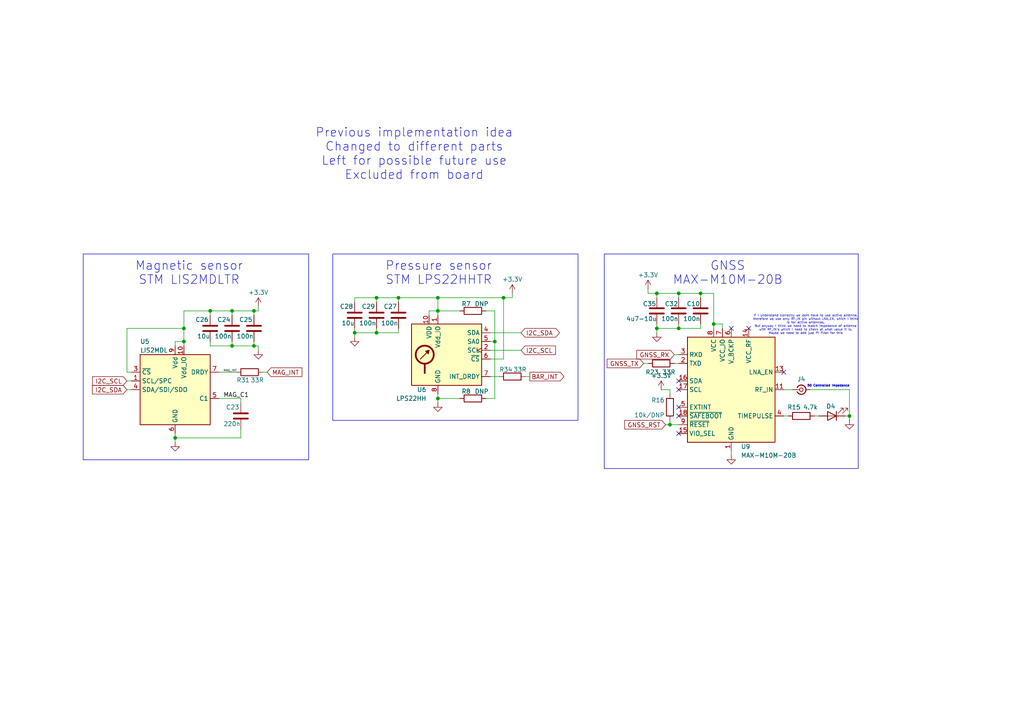
<source format=kicad_sch>
(kicad_sch (version 20250114) (generator "eeschema") (generator_version "9.0")
  (paper "A4")
  (lib_symbols
    (symbol "Connector:Conn_Coaxial_Small" (pin_numbers (hide yes)) (pin_names (offset 1.016) (hide yes))
      (property "Reference" "J" (at 0.254 3.048 0))
      (property "Value" "Conn_Coaxial_Small" (at 0 -3.81 0))
      (symbol "Conn_Coaxial_Small_0_1"
        (polyline (pts (xy -2.54 0) (xy -0.508 0)))
        (circle (center 0 0) (radius 0.508) (stroke (width 0.2032)))
      )
      (symbol "Conn_Coaxial_Small_1_1"
        (arc (start 1.3484 0.0039) (mid 0.327 -1.308) (end -1.1916 -0.6311) (stroke (width 0.3048)))
        (arc (start -1.1916 0.6311) (mid 0.327 1.3081) (end 1.3484 -0.0039) (stroke (width 0.3048)))
        (pin passive line (at -2.54 0 0) (length 1.27) (name "In") (number "1"))
        (pin passive line (at 2.54 0 180) (length 1.27) (name "Ext") (number "2"))
      )
    )
    (symbol "Device:C" (pin_numbers (hide yes)) (pin_names (offset 0.254))
      (property "Reference" "C" (at 0.635 2.54 0))
      (property "Value" "C" (at 0.635 -2.54 0))
      (symbol "C_0_1"
        (polyline (pts (xy -2.032 0.762) (xy 2.032 0.762)) (stroke (width 0.508)))
        (polyline (pts (xy -2.032 -0.762) (xy 2.032 -0.762)) (stroke (width 0.508)))
      )
      (symbol "C_1_1"
        (pin passive line (at 0 3.81 270) (length 2.794) (name "~") (number "1"))
        (pin passive line (at 0 -3.81 90) (length 2.794) (name "~") (number "2"))
      )
    )
    (symbol "Device:LED" (pin_numbers (hide yes)) (pin_names (offset 1.016) (hide yes))
      (property "Reference" "D" (at 0 2.54 0))
      (property "Value" "LED" (at 0 -2.54 0))
      (symbol "LED_0_1"
        (polyline (pts (xy -3.048 -0.762) (xy -4.572 -2.286) (xy -3.81 -2.286) (xy -4.572 -2.286) (xy -4.572 -1.524)))
        (polyline (pts (xy -1.778 -0.762) (xy -3.302 -2.286) (xy -2.54 -2.286) (xy -3.302 -2.286) (xy -3.302 -1.524)))
        (polyline (pts (xy -1.27 0) (xy 1.27 0)))
        (polyline (pts (xy -1.27 -1.27) (xy -1.27 1.27)) (stroke (width 0.254)))
        (polyline (pts (xy 1.27 -1.27) (xy 1.27 1.27) (xy -1.27 0) (xy 1.27 -1.27)) (stroke (width 0.254)))
      )
      (symbol "LED_1_1"
        (pin passive line (at -3.81 0 0) (length 2.54) (name "K") (number "1"))
        (pin passive line (at 3.81 0 180) (length 2.54) (name "A") (number "2"))
      )
    )
    (symbol "Device:R" (pin_numbers (hide yes)) (pin_names (offset 0))
      (property "Reference" "R" (at 2.032 0 90))
      (property "Value" "R" (at 0 0 90))
      (symbol "R_0_1"
        (rectangle (start -1.016 -2.54) (end 1.016 2.54) (stroke (width 0.254)))
      )
      (symbol "R_1_1"
        (pin passive line (at 0 3.81 270) (length 1.27) (name "~") (number "1"))
        (pin passive line (at 0 -3.81 90) (length 1.27) (name "~") (number "2"))
      )
    )
    (symbol "RF_GPS:MAX-M10S"
      (property "Reference" "U" (at -10.16 16.51 0))
      (property "Value" "MAX-M10S" (at 11.43 16.51 0))
      (symbol "MAX-M10S_0_1"
        (rectangle (start 12.7 15.24) (end -12.7 -15.24) (stroke (width 0.254)) (fill (type background)))
      )
      (symbol "MAX-M10S_1_1"
        (pin input line (at -15.24 10.16 0) (length 2.54) (name "RXD") (number "3"))
        (pin output line (at -15.24 7.62 0) (length 2.54) (name "TXD") (number "2"))
        (pin bidirectional line (at -15.24 2.54 0) (length 2.54) (name "SDA") (number "16"))
        (pin input line (at -15.24 0 0) (length 2.54) (name "SCL") (number "17"))
        (pin input line (at -15.24 -5.08 0) (length 2.54) (name "EXTINT") (number "5"))
        (pin input line (at -15.24 -7.62 0) (length 2.54) (name "~{SAFEBOOT}") (number "18"))
        (pin input line (at -15.24 -10.16 0) (length 2.54) (name "~{RESET}") (number "9"))
        (pin input line (at -15.24 -12.7 0) (length 2.54) (name "VIO_SEL") (number "15"))
        (pin power_in line (at -5.08 17.78 270) (length 2.54) (name "VCC") (number "8"))
        (pin power_in line (at -2.54 17.78 270) (length 2.54) (name "VCC_IO") (number "7"))
        (pin power_in line (at 0 17.78 270) (length 2.54) (name "V_BCKP") (number "6"))
        (pin power_in line (at 0 -17.78 90) (length 2.54) (name "GND") (number "1"))
        (pin passive line (at 0 -17.78 90) (length 2.54) (hide yes) (name "GND") (number "10"))
        (pin passive line (at 0 -17.78 90) (length 2.54) (hide yes) (name "GND") (number "12"))
        (pin power_out line (at 5.08 17.78 270) (length 2.54) (name "VCC_RF") (number "14"))
        (pin output line (at 15.24 5.08 180) (length 2.54) (name "LNA_EN") (number "13"))
        (pin input line (at 15.24 0 180) (length 2.54) (name "RF_IN") (number "11"))
        (pin output line (at 15.24 -7.62 180) (length 2.54) (name "TIMEPULSE") (number "4"))
      )
    )
    (symbol "Sensor_Magnetic:LIS2MDL"
      (property "Reference" "U" (at -8.89 11.43 0))
      (property "Value" "LIS2MDL" (at 7.62 11.43 0))
      (symbol "LIS2MDL_0_1"
        (rectangle (start -10.16 10.16) (end 10.16 -10.16) (stroke (width 0.254)) (fill (type background)))
      )
      (symbol "LIS2MDL_1_1"
        (pin input line (at -12.7 5.08 0) (length 2.54) (name "~{CS}") (number "3"))
        (pin input line (at -12.7 2.54 0) (length 2.54) (name "SCL/SPC") (number "1"))
        (pin bidirectional line (at -12.7 0 0) (length 2.54) (name "SDA/SDI/SDO") (number "4"))
        (pin no_connect line (at -10.16 -5.08 0) (length 2.54) (hide yes) (name "NC") (number "2"))
        (pin no_connect line (at -10.16 -7.62 0) (length 2.54) (hide yes) (name "NC") (number "11"))
        (pin power_in line (at 0 12.7 270) (length 2.54) (name "Vdd") (number "9"))
        (pin power_in line (at 0 -12.7 90) (length 2.54) (name "GND") (number "6"))
        (pin passive line (at 0 -12.7 90) (length 2.54) (hide yes) (name "GND") (number "8"))
        (pin power_in line (at 2.54 12.7 270) (length 2.54) (name "Vdd_IO") (number "10"))
        (pin no_connect line (at 10.16 -7.62 180) (length 2.54) (hide yes) (name "NC") (number "12"))
        (pin output line (at 12.7 5.08 180) (length 2.54) (name "DRDY") (number "7"))
        (pin power_out line (at 12.7 -2.54 180) (length 2.54) (name "C1") (number "5"))
      )
    )
    (symbol "Sensor_Pressure:LPS22HH"
      (property "Reference" "U" (at -11.43 1.27 0))
      (property "Value" "LPS22HH" (at -11.43 -1.27 0))
      (symbol "LPS22HH_0_1"
        (rectangle (start -10.16 10.16) (end 10.16 -7.62) (stroke (width 0.254)) (fill (type background)))
        (polyline (pts (xy -7.62 0) (xy -5.08 2.54)) (stroke (width 0.254)))
        (circle (center -6.35 1.27) (radius 2.6162) (stroke (width 0.508)))
        (polyline (pts (xy -6.35 -1.524) (xy -6.35 -4.064)) (stroke (width 0.508)))
        (polyline (pts (xy -5.08 2.54) (xy -5.334 1.524) (xy -6.096 2.286) (xy -5.08 2.54)) (stroke (width 0.254)) (fill (type outline)))
      )
      (symbol "LPS22HH_1_1"
        (pin power_in line (at -5.08 12.7 270) (length 2.54) (name "VDD") (number "10"))
        (pin power_in line (at -2.54 12.7 270) (length 2.54) (name "Vdd_IO") (number "1"))
        (pin passive line (at -2.54 -10.16 90) (length 2.54) (hide yes) (name "GND") (number "3"))
        (pin power_in line (at -2.54 -10.16 90) (length 2.54) (name "GND") (number "8"))
        (pin passive line (at -2.54 -10.16 90) (length 2.54) (hide yes) (name "GND") (number "9"))
        (pin bidirectional line (at 12.7 7.62 180) (length 2.54) (name "SDA") (number "4"))
        (pin input line (at 12.7 5.08 180) (length 2.54) (name "SA0") (number "5"))
        (pin input clock (at 12.7 2.54 180) (length 2.54) (name "SCL") (number "2"))
        (pin input line (at 12.7 0 180) (length 2.54) (name "~{CS}") (number "6"))
        (pin output line (at 12.7 -5.08 180) (length 2.54) (name "INT_DRDY") (number "7"))
      )
    )
    (symbol "power:+3.3V" (power) (pin_numbers (hide yes)) (pin_names (offset 0) (hide yes))
      (property "Value" "+3.3V" (at 0 3.556 0))
      (symbol "+3.3V_0_1"
        (polyline (pts (xy -0.762 1.27) (xy 0 2.54)))
        (polyline (pts (xy 0 2.54) (xy 0.762 1.27)))
        (polyline (pts (xy 0 0) (xy 0 2.54)))
      )
      (symbol "+3.3V_1_1"
        (pin power_in line (at 0 0 90) (length 0) (name "~") (number "1"))
      )
    )
    (symbol "power:GND" (power) (pin_numbers (hide yes)) (pin_names (offset 0) (hide yes))
      (property "Value" "GND" (at 0 -3.81 0))
      (symbol "GND_0_1"
        (polyline (pts (xy 0 0) (xy 0 -1.27) (xy 1.27 -1.27) (xy 0 -2.54) (xy -1.27 -1.27) (xy 0 -1.27)))
      )
      (symbol "GND_1_1"
        (pin power_in line (at 0 0 270) (length 0) (name "~") (number "1"))
      )
    )
  )
  (rectangle (start 175.26 73.66) (end 248.92 135.89))
  (rectangle (start 24.13 73.66) (end 89.535 133.35))
  (rectangle (start 96.52 73.66) (end 167.64 121.92))
  (text "Pressure sensor\nSTM LPS22HHTR" (at 127.254 79.248 0) (effects (font (size 2.54 2.54))))
  (text "50 Controlled Impedance" (at 240.284 112.014 0) (effects (font (size 0.635 0.635))))
  (text "Previous implementation idea\nChanged to different parts\nLeft for possible future use\nExcluded from board" (at 120.142 44.704 0) (effects (font (size 2.54 2.54))))
  (text "GNSS\nMAX-M10M-20B" (at 211.074 79.248 0) (effects (font (size 2.54 2.54))))
  (text "Magnetic sensor\nSTM LIS2MDLTR" (at 54.864 79.248 0) (effects (font (size 2.54 2.54))))
  (text "If I understand correctly we dont have to use active antenna,\ntherefore we use only RF_IN pin without LNA_EN, which I think\nis for active antennas.\nBut anyway I think we need to match impedance of antenna\nwith RF_IN's which I need to check at what value it is.\nMaybe we need to add just PI filter for this" (at 233.68 94.234 0) (effects (font (size 0.635 0.635) (thickness 0.0794))))
  (junction (at 127 115.57))
  (junction (at 109.22 86.36))
  (junction (at 207.01 93.98))
  (junction (at 194.31 123.19))
  (junction (at 73.66 90.17))
  (junction (at 53.34 99.06))
  (junction (at 190.5 85.09))
  (junction (at 127 90.17))
  (junction (at 102.87 96.52))
  (junction (at 127 86.36))
  (junction (at 60.96 90.17))
  (junction (at 203.2 85.09))
  (junction (at 50.8 127))
  (junction (at 73.66 100.33))
  (junction (at 190.5 95.25))
  (junction (at 196.85 85.09))
  (junction (at 53.34 95.25))
  (junction (at 143.51 99.06))
  (junction (at 67.31 90.17))
  (junction (at 246.38 120.65))
  (junction (at 115.57 86.36))
  (junction (at 109.22 96.52))
  (junction (at 196.85 95.25))
  (junction (at 67.31 100.33))
  (junction (at 146.05 86.36))
  (no_connect (at 196.85 110.49))
  (no_connect (at 212.09 95.25))
  (no_connect (at 217.17 95.25))
  (no_connect (at 196.85 113.03))
  (no_connect (at 196.85 118.11))
  (no_connect (at 227.33 107.95))
  (no_connect (at 196.85 125.73))
  (no_connect (at 196.85 120.65))
  (wire (pts (xy 60.96 90.17) (xy 67.31 90.17)))
  (wire (pts (xy 124.46 90.17) (xy 124.46 91.44)))
  (wire (pts (xy 36.83 95.25) (xy 53.34 95.25)))
  (wire (pts (xy 152.4 109.22) (xy 153.67 109.22)))
  (wire (pts (xy 36.83 107.95) (xy 38.1 107.95)))
  (wire (pts (xy 187.96 83.82) (xy 187.96 85.09)))
  (wire (pts (xy 74.93 88.9) (xy 74.93 90.17)))
  (wire (pts (xy 102.87 96.52) (xy 102.87 97.79)))
  (wire (pts (xy 143.51 99.06) (xy 143.51 115.57)))
  (wire (pts (xy 127 114.3) (xy 127 115.57)))
  (wire (pts (xy 67.31 100.33) (xy 73.66 100.33)))
  (wire (pts (xy 36.83 113.03) (xy 38.1 113.03)))
  (wire (pts (xy 76.2 107.95) (xy 77.47 107.95)))
  (wire (pts (xy 146.05 104.14) (xy 146.05 86.36)))
  (wire (pts (xy 53.34 99.06) (xy 50.8 99.06)))
  (wire (pts (xy 142.24 96.52) (xy 151.13 96.52)))
  (wire (pts (xy 50.8 99.06) (xy 50.8 100.33)))
  (wire (pts (xy 207.01 85.09) (xy 207.01 93.98)))
  (wire (pts (xy 102.87 86.36) (xy 109.22 86.36)))
  (wire (pts (xy 207.01 93.98) (xy 209.55 93.98)))
  (wire (pts (xy 207.01 93.98) (xy 207.01 95.25)))
  (wire (pts (xy 190.5 85.09) (xy 196.85 85.09)))
  (wire (pts (xy 127 90.17) (xy 133.35 90.17)))
  (wire (pts (xy 109.22 86.36) (xy 109.22 87.63)))
  (wire (pts (xy 196.85 85.09) (xy 196.85 86.36)))
  (wire (pts (xy 190.5 85.09) (xy 190.5 86.36)))
  (wire (pts (xy 196.85 95.25) (xy 203.2 95.25)))
  (wire (pts (xy 246.38 120.65) (xy 245.11 120.65)))
  (wire (pts (xy 196.85 93.98) (xy 196.85 95.25)))
  (wire (pts (xy 102.87 96.52) (xy 109.22 96.52)))
  (wire (pts (xy 74.93 100.33) (xy 74.93 101.6)))
  (wire (pts (xy 234.95 113.03) (xy 246.38 113.03)))
  (wire (pts (xy 53.34 100.33) (xy 53.34 99.06)))
  (wire (pts (xy 140.97 90.17) (xy 143.51 90.17)))
  (wire (pts (xy 194.31 123.19) (xy 196.85 123.19)))
  (wire (pts (xy 63.5 107.95) (xy 68.58 107.95)))
  (wire (pts (xy 109.22 86.36) (xy 115.57 86.36)))
  (wire (pts (xy 67.31 99.06) (xy 67.31 100.33)))
  (wire (pts (xy 73.66 90.17) (xy 73.66 91.44)))
  (wire (pts (xy 246.38 121.92) (xy 246.38 120.65)))
  (wire (pts (xy 102.87 95.25) (xy 102.87 96.52)))
  (wire (pts (xy 127 90.17) (xy 124.46 90.17)))
  (wire (pts (xy 74.93 100.33) (xy 73.66 100.33)))
  (wire (pts (xy 67.31 90.17) (xy 73.66 90.17)))
  (wire (pts (xy 190.5 95.25) (xy 196.85 95.25)))
  (wire (pts (xy 36.83 107.95) (xy 36.83 95.25)))
  (wire (pts (xy 73.66 90.17) (xy 74.93 90.17)))
  (wire (pts (xy 203.2 85.09) (xy 203.2 86.36)))
  (wire (pts (xy 227.33 113.03) (xy 229.87 113.03)))
  (wire (pts (xy 109.22 96.52) (xy 115.57 96.52)))
  (wire (pts (xy 195.58 105.41) (xy 196.85 105.41)))
  (wire (pts (xy 133.35 115.57) (xy 127 115.57)))
  (wire (pts (xy 186.69 105.41) (xy 187.96 105.41)))
  (wire (pts (xy 60.96 90.17) (xy 60.96 91.44)))
  (wire (pts (xy 142.24 99.06) (xy 143.51 99.06)))
  (wire (pts (xy 212.09 130.81) (xy 212.09 132.08)))
  (wire (pts (xy 53.34 90.17) (xy 53.34 95.25)))
  (wire (pts (xy 191.77 113.03) (xy 194.31 113.03)))
  (wire (pts (xy 194.31 114.3) (xy 194.31 113.03)))
  (wire (pts (xy 127 91.44) (xy 127 90.17)))
  (wire (pts (xy 246.38 120.65) (xy 246.38 113.03)))
  (wire (pts (xy 190.5 93.98) (xy 190.5 95.25)))
  (wire (pts (xy 194.31 121.92) (xy 194.31 123.19)))
  (wire (pts (xy 63.5 115.57) (xy 69.85 115.57)))
  (wire (pts (xy 53.34 90.17) (xy 60.96 90.17)))
  (wire (pts (xy 143.51 90.17) (xy 143.51 99.06)))
  (wire (pts (xy 140.97 115.57) (xy 143.51 115.57)))
  (wire (pts (xy 142.24 104.14) (xy 146.05 104.14)))
  (wire (pts (xy 209.55 95.25) (xy 209.55 93.98)))
  (wire (pts (xy 50.8 127) (xy 50.8 128.27)))
  (wire (pts (xy 196.85 85.09) (xy 203.2 85.09)))
  (wire (pts (xy 146.05 86.36) (xy 148.59 86.36)))
  (wire (pts (xy 203.2 85.09) (xy 207.01 85.09)))
  (wire (pts (xy 50.8 125.73) (xy 50.8 127)))
  (wire (pts (xy 203.2 93.98) (xy 203.2 95.25)))
  (wire (pts (xy 142.24 101.6) (xy 151.13 101.6)))
  (wire (pts (xy 115.57 86.36) (xy 115.57 87.63)))
  (wire (pts (xy 148.59 85.09) (xy 148.59 86.36)))
  (wire (pts (xy 53.34 95.25) (xy 53.34 99.06)))
  (wire (pts (xy 195.58 102.87) (xy 196.85 102.87)))
  (wire (pts (xy 115.57 86.36) (xy 127 86.36)))
  (wire (pts (xy 127 86.36) (xy 127 90.17)))
  (wire (pts (xy 142.24 109.22) (xy 144.78 109.22)))
  (wire (pts (xy 60.96 100.33) (xy 67.31 100.33)))
  (wire (pts (xy 60.96 99.06) (xy 60.96 100.33)))
  (wire (pts (xy 69.85 116.84) (xy 69.85 115.57)))
  (wire (pts (xy 236.22 120.65) (xy 237.49 120.65)))
  (wire (pts (xy 36.83 110.49) (xy 38.1 110.49)))
  (wire (pts (xy 73.66 99.06) (xy 73.66 100.33)))
  (wire (pts (xy 193.04 123.19) (xy 194.31 123.19)))
  (wire (pts (xy 227.33 120.65) (xy 228.6 120.65)))
  (wire (pts (xy 115.57 95.25) (xy 115.57 96.52)))
  (wire (pts (xy 127 115.57) (xy 127 116.84)))
  (wire (pts (xy 67.31 91.44) (xy 67.31 90.17)))
  (wire (pts (xy 102.87 87.63) (xy 102.87 86.36)))
  (wire (pts (xy 109.22 95.25) (xy 109.22 96.52)))
  (wire (pts (xy 146.05 86.36) (xy 127 86.36)))
  (wire (pts (xy 187.96 85.09) (xy 190.5 85.09)))
  (wire (pts (xy 50.8 127) (xy 69.85 127)))
  (wire (pts (xy 190.5 96.52) (xy 190.5 95.25)))
  (wire (pts (xy 69.85 124.46) (xy 69.85 127)))
  (label "MAG_C1" (at 64.77 115.57 0))
  (label "MAG_INT" (at 64.77 107.95 0) (effects (font (size 0.635 0.635) (thickness 0.0794))))
  (global_label "I2C_SDA" (shape input) (at 36.83 113.03 180) (property "Intersheetrefs" "${INTERSHEET_REFS}" (effects (hide yes))))
  (global_label "BAR_INT" (shape output) (at 153.67 109.22 0) (property "Intersheetrefs" "${INTERSHEET_REFS}" (effects (hide yes))))
  (global_label "MAG_INT" (shape input) (at 77.47 107.95 0) (property "Intersheetrefs" "${INTERSHEET_REFS}" (effects (hide yes))))
  (global_label "GNSS_RX" (shape input) (at 195.58 102.87 180) (property "Intersheetrefs" "${INTERSHEET_REFS}" (effects (hide yes))))
  (global_label "GNSS_TX" (shape input) (at 186.69 105.41 180) (property "Intersheetrefs" "${INTERSHEET_REFS}" (effects (hide yes))))
  (global_label "I2C_SDA" (shape bidirectional) (at 151.13 96.52 0) (property "Intersheetrefs" "${INTERSHEET_REFS}" (effects (hide yes))))
  (global_label "I2C_SCL" (shape input) (at 151.13 101.6 0) (property "Intersheetrefs" "${INTERSHEET_REFS}" (effects (hide yes))))
  (global_label "I2C_SCL" (shape input) (at 36.83 110.49 180) (property "Intersheetrefs" "${INTERSHEET_REFS}" (effects (hide yes))))
  (global_label "GNSS_RST" (shape input) (at 193.04 123.19 180) (property "Intersheetrefs" "${INTERSHEET_REFS}" (effects (hide yes))))
  (symbol (lib_id "power:GND") (at 246.38 121.92 0) (unit 1) (on_board no)
    (property "Reference" "#PWR027" (effects (hide yes)))
    (property "Value" "GND" (effects (hide yes)))
    (property "Description" "Power symbol creates a global label with name \"GND\" , ground" (effects (hide yes)))
  )
  (symbol (lib_id "Device:C") (at 67.31 95.25 0) (unit 1) (on_board no)
    (property "Reference" "C24" (at 62.992 92.71 0) (effects (justify left)))
    (property "Value" "100n" (at 62.23 97.536 0) (effects (justify left)))
    (property "Footprint" "Capacitor_SMD:C_0805_2012Metric" (effects (hide yes)))
    (property "Description" "Unpolarized capacitor" (effects (hide yes)))
  )
  (symbol (lib_id "Device:C") (at 196.85 90.17 0) (unit 1) (on_board no)
    (property "Reference" "C32" (at 192.786 88.138 0) (effects (justify left)))
    (property "Value" "100n" (at 191.77 92.456 0) (effects (justify left)))
    (property "Footprint" "Capacitor_SMD:C_0805_2012Metric" (effects (hide yes)))
    (property "Description" "Unpolarized capacitor" (effects (hide yes)))
  )
  (symbol (lib_id "Device:C") (at 109.22 91.44 0) (unit 1) (on_board no)
    (property "Reference" "C29" (at 104.902 88.9 0) (effects (justify left)))
    (property "Value" "100n" (at 104.14 93.726 0) (effects (justify left)))
    (property "Footprint" "Capacitor_SMD:C_0805_2012Metric" (effects (hide yes)))
    (property "Description" "Unpolarized capacitor" (effects (hide yes)))
  )
  (symbol (lib_id "power:+3.3V") (at 148.59 85.09 0) (unit 1) (on_board no)
    (property "Reference" "#PWR053" (effects (hide yes)))
    (property "Value" "+3.3V" (at 148.59 81.026 0))
    (property "Description" "Power symbol creates a global label with name \"+3.3V\"" (effects (hide yes)))
  )
  (symbol (lib_id "Device:R") (at 148.59 109.22 270) (unit 1) (on_board no)
    (property "Reference" "R34" (at 144.78 107.188 90) (effects (justify left)))
    (property "Value" "33R" (at 148.844 107.188 90) (effects (justify left)))
    (property "Footprint" "Resistor_SMD:R_0603_1608Metric" (effects (hide yes)))
    (property "Description" "Resistor" (effects (hide yes)))
  )
  (symbol (lib_id "power:+3.3V") (at 191.77 113.03 0) (unit 1) (on_board no)
    (property "Reference" "#PWR058" (effects (hide yes)))
    (property "Value" "+3.3V" (at 191.77 108.966 0))
    (property "Description" "Power symbol creates a global label with name \"+3.3V\"" (effects (hide yes)))
  )
  (symbol (lib_id "Sensor_Magnetic:LIS2MDL") (at 50.8 113.03 0) (unit 1) (on_board no)
    (property "Reference" "U5" (at 40.64 99.06 0) (effects (justify left)))
    (property "Value" "LIS2MDL" (at 40.64 101.6 0) (effects (justify left)))
    (property "Footprint" "Package_LGA:LGA-12_2x2mm_P0.5mm" (effects (hide yes)))
    (property "Datasheet" "https://www.st.com/resource/en/datasheet/lis2mdl.pdf" (effects (hide yes)))
    (property "Description" "Ultra-low-power, 3-axis digital output magnetometer, LGA-12" (effects (hide yes)))
  )
  (symbol (lib_id "Device:R") (at 194.31 118.11 180) (unit 1) (on_board no)
    (property "Reference" "R16" (at 192.786 116.078 0) (effects (justify left)))
    (property "Value" "10k/DNP" (at 192.786 120.396 0) (effects (justify left)))
    (property "Footprint" "Resistor_SMD:R_0603_1608Metric" (effects (hide yes)))
    (property "Description" "Resistor" (effects (hide yes)))
  )
  (symbol (lib_id "Device:C") (at 102.87 91.44 0) (unit 1) (on_board no)
    (property "Reference" "C28" (at 98.552 88.9 0) (effects (justify left)))
    (property "Value" "10u" (at 99.06 93.726 0) (effects (justify left)))
    (property "Footprint" "Capacitor_SMD:C_0805_2012Metric" (effects (hide yes)))
    (property "Description" "Unpolarized capacitor" (effects (hide yes)))
  )
  (symbol (lib_id "Device:LED") (at 241.3 120.65 180) (unit 1) (on_board no)
    (property "Reference" "D4" (at 242.316 117.856 0) (effects (justify left)))
    (property "Value" "LED" (effects (hide yes)))
    (property "Footprint" "LED_SMD:LED_0805_2012Metric" (effects (hide yes)))
    (property "Description" "Light emitting diode" (effects (hide yes)))
    (property "Sim.Pins" "1=K 2=A" (effects (hide yes)))
  )
  (symbol (lib_id "power:GND") (at 74.93 101.6 0) (unit 1) (on_board no)
    (property "Reference" "#PWR025" (effects (hide yes)))
    (property "Value" "GND" (effects (hide yes)))
    (property "Description" "Power symbol creates a global label with name \"GND\" , ground" (effects (hide yes)))
  )
  (symbol (lib_id "Device:C") (at 60.96 95.25 0) (unit 1) (on_board no)
    (property "Reference" "C26" (at 56.642 92.71 0) (effects (justify left)))
    (property "Value" "10u" (at 57.15 97.536 0) (effects (justify left)))
    (property "Footprint" "Capacitor_SMD:C_0805_2012Metric" (effects (hide yes)))
    (property "Description" "Unpolarized capacitor" (effects (hide yes)))
  )
  (symbol (lib_id "Device:R") (at 137.16 90.17 270) (mirror x) (unit 1) (on_board no)
    (property "Reference" "R7" (at 133.858 88.138 90) (effects (justify left)))
    (property "Value" "DNP" (at 137.668 88.138 90) (effects (justify left)))
    (property "Footprint" "Resistor_SMD:R_0201_0603Metric" (effects (hide yes)))
    (property "Description" "Resistor" (effects (hide yes)))
  )
  (symbol (lib_id "power:GND") (at 50.8 128.27 0) (unit 1) (on_board no)
    (property "Reference" "#PWR019" (effects (hide yes)))
    (property "Value" "GND" (effects (hide yes)))
    (property "Description" "Power symbol creates a global label with name \"GND\" , ground" (effects (hide yes)))
  )
  (symbol (lib_id "Device:C") (at 203.2 90.17 0) (unit 1) (on_board no)
    (property "Reference" "C10" (at 199.136 88.138 0) (effects (justify left)))
    (property "Value" "100n" (at 198.12 92.456 0) (effects (justify left)))
    (property "Footprint" "Capacitor_SMD:C_0805_2012Metric" (effects (hide yes)))
    (property "Description" "Unpolarized capacitor" (effects (hide yes)))
  )
  (symbol (lib_id "Device:R") (at 72.39 107.95 270) (unit 1) (on_board no)
    (property "Reference" "R31" (at 68.58 110.236 90) (effects (justify left)))
    (property "Value" "33R" (at 72.644 110.236 90) (effects (justify left)))
    (property "Footprint" "Resistor_SMD:R_0603_1608Metric" (effects (hide yes)))
    (property "Description" "Resistor" (effects (hide yes)))
  )
  (symbol (lib_id "Device:C") (at 115.57 91.44 0) (unit 1) (on_board no)
    (property "Reference" "C27" (at 111.252 88.9 0) (effects (justify left)))
    (property "Value" "100n" (at 110.49 93.726 0) (effects (justify left)))
    (property "Footprint" "Capacitor_SMD:C_0805_2012Metric" (effects (hide yes)))
    (property "Description" "Unpolarized capacitor" (effects (hide yes)))
  )
  (symbol (lib_id "RF_GPS:MAX-M10S") (at 212.09 113.03 0) (unit 1) (on_board no)
    (property "Reference" "U9" (at 214.884 129.54 0) (effects (justify left)))
    (property "Value" "MAX-M10M-20B" (at 214.884 132.08 0) (effects (justify left)))
    (property "Footprint" "RF_GPS:ublox_MAX" (effects (hide yes)))
    (property "Datasheet" "https://content.u-blox.com/sites/default/files/MAX-M10S_DataSheet_UBX-20035208.pdf" (effects (hide yes)))
    (property "Description" "GNSS Module MAX M10, VCC 1.65V to 3.6V" (effects (hide yes)))
  )
  (symbol (lib_id "power:GND") (at 212.09 132.08 0) (unit 1) (on_board no)
    (property "Reference" "#PWR021" (effects (hide yes)))
    (property "Value" "GND" (effects (hide yes)))
    (property "Description" "Power symbol creates a global label with name \"GND\" , ground" (effects (hide yes)))
  )
  (symbol (lib_id "Device:R") (at 137.16 115.57 270) (mirror x) (unit 1) (on_board no)
    (property "Reference" "R8" (at 133.858 113.538 90) (effects (justify left)))
    (property "Value" "DNP" (at 137.668 113.538 90) (effects (justify left)))
    (property "Footprint" "Resistor_SMD:R_0201_0603Metric" (effects (hide yes)))
    (property "Description" "Resistor" (effects (hide yes)))
  )
  (symbol (lib_id "power:+3.3V") (at 74.93 88.9 0) (unit 1) (on_board no)
    (property "Reference" "#PWR055" (effects (hide yes)))
    (property "Value" "+3.3V" (at 74.93 84.836 0))
    (property "Description" "Power symbol creates a global label with name \"+3.3V\"" (effects (hide yes)))
  )
  (symbol (lib_id "power:GND") (at 190.5 96.52 0) (unit 1) (on_board no)
    (property "Reference" "#PWR022" (effects (hide yes)))
    (property "Value" "GND" (effects (hide yes)))
    (property "Description" "Power symbol creates a global label with name \"GND\" , ground" (effects (hide yes)))
  )
  (symbol (lib_id "Device:C") (at 69.85 120.65 0) (unit 1) (on_board no)
    (property "Reference" "C23" (at 65.532 118.11 0) (effects (justify left)))
    (property "Value" "220n" (at 64.77 122.936 0) (effects (justify left)))
    (property "Footprint" "Capacitor_SMD:C_0805_2012Metric" (effects (hide yes)))
    (property "Description" "Unpolarized capacitor" (effects (hide yes)))
  )
  (symbol (lib_id "Connector:Conn_Coaxial_Small") (at 232.41 113.03 0) (unit 1) (on_board no)
    (property "Reference" "J4" (at 232.41 109.982 0))
    (property "Value" "Conn_Coaxial_Small" (effects (hide yes)))
    (property "Footprint" "Connector_Coaxial:SMA_Amphenol_901-143_Horizontal" (effects (hide yes)))
    (property "Description" "small coaxial connector (BNC, SMA, SMB, SMC, Cinch/RCA, LEMO, ...)" (effects (hide yes)))
  )
  (symbol (lib_id "Device:C") (at 73.66 95.25 0) (unit 1) (on_board no)
    (property "Reference" "C25" (at 69.342 92.71 0) (effects (justify left)))
    (property "Value" "100n" (at 68.58 97.536 0) (effects (justify left)))
    (property "Footprint" "Capacitor_SMD:C_0805_2012Metric" (effects (hide yes)))
    (property "Description" "Unpolarized capacitor" (effects (hide yes)))
  )
  (symbol (lib_id "Device:R") (at 191.77 105.41 90) (unit 1) (on_board no)
    (property "Reference" "R23" (at 187.198 107.95 90) (effects (justify right)))
    (property "Value" "33R" (at 192.024 107.95 90) (effects (justify right)))
    (property "Footprint" "Resistor_SMD:R_0603_1608Metric" (effects (hide yes)))
    (property "Description" "Resistor" (effects (hide yes)))
  )
  (symbol (lib_id "power:+3.3V") (at 187.96 83.82 0) (unit 1) (on_board no)
    (property "Reference" "#PWR057" (effects (hide yes)))
    (property "Value" "+3.3V" (at 187.96 79.756 0))
    (property "Description" "Power symbol creates a global label with name \"+3.3V\"" (effects (hide yes)))
  )
  (symbol (lib_id "power:GND") (at 127 116.84 0) (unit 1) (on_board no)
    (property "Reference" "#PWR020" (effects (hide yes)))
    (property "Value" "GND" (effects (hide yes)))
    (property "Description" "Power symbol creates a global label with name \"GND\" , ground" (effects (hide yes)))
  )
  (symbol (lib_id "power:GND") (at 102.87 97.79 0) (unit 1) (on_board no)
    (property "Reference" "#PWR026" (effects (hide yes)))
    (property "Value" "GND" (effects (hide yes)))
    (property "Description" "Power symbol creates a global label with name \"GND\" , ground" (effects (hide yes)))
  )
  (symbol (lib_id "Device:C") (at 190.5 90.17 0) (unit 1) (on_board no)
    (property "Reference" "C35" (at 186.436 88.138 0) (effects (justify left)))
    (property "Value" "4u7-10u" (at 181.61 92.456 0) (effects (justify left)))
    (property "Footprint" "Capacitor_SMD:C_0805_2012Metric" (effects (hide yes)))
    (property "Description" "Unpolarized capacitor" (effects (hide yes)))
  )
  (symbol (lib_id "Device:R") (at 232.41 120.65 90) (unit 1) (on_board no)
    (property "Reference" "R15" (at 228.346 118.11 90) (effects (justify right)))
    (property "Value" "4.7k" (at 232.918 118.11 90) (effects (justify right)))
    (property "Footprint" "Resistor_SMD:R_0603_1608Metric" (effects (hide yes)))
    (property "Description" "Resistor" (effects (hide yes)))
  )
  (symbol (lib_id "Sensor_Pressure:LPS22HH") (at 129.54 104.14 0) (unit 1) (on_board no)
    (property "Reference" "U6" (at 123.698 113.03 0) (effects (justify right)))
    (property "Value" "LPS22HH" (at 123.698 115.57 0) (effects (justify right)))
    (property "Footprint" "Package_LGA:ST_HLGA-10_2x2mm_P0.5mm_LayoutBorder3x2y" (effects (hide yes)))
    (property "Datasheet" "https://www.st.com/resource/en/datasheet/lps22hh.pdf" (effects (hide yes)))
    (property "Description" "MEMS nano pressure sensor, 260-1260 hPa, absolute digital output baromeeter, 24 bit, SPI, I2C, I3C, 0.65 Pa noise rms, ST_HLGA-10L" (effects (hide yes)))
  )
)
</source>
